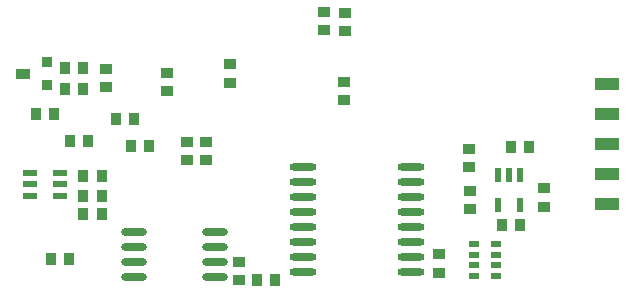
<source format=gbp>
G04*
G04 #@! TF.GenerationSoftware,Altium Limited,Altium Designer,18.1.4 (159)*
G04*
G04 Layer_Color=128*
%FSLAX25Y25*%
%MOIN*%
G70*
G01*
G75*
%ADD29R,0.03661X0.03858*%
%ADD31R,0.07874X0.03937*%
%ADD37R,0.03858X0.03661*%
%ADD38R,0.05000X0.02000*%
%ADD39R,0.03740X0.02165*%
%ADD40R,0.03740X0.01968*%
%ADD42O,0.09055X0.02362*%
%ADD80R,0.02000X0.05000*%
%ADD81R,0.03600X0.03600*%
%ADD82R,0.05000X0.03600*%
%ADD83O,0.08661X0.02756*%
D29*
X108906Y-1279D02*
D03*
X114969D02*
D03*
X196531Y17000D02*
D03*
X190469D02*
D03*
X46189Y5694D02*
D03*
X40126D02*
D03*
X199563Y43100D02*
D03*
X193500D02*
D03*
X50968Y20797D02*
D03*
X57032D02*
D03*
X57032Y33300D02*
D03*
X50968D02*
D03*
X50968Y26899D02*
D03*
X57032D02*
D03*
X41286Y54083D02*
D03*
X35223D02*
D03*
X50731Y69400D02*
D03*
X44668D02*
D03*
X44668Y62500D02*
D03*
X50731D02*
D03*
X67974Y52600D02*
D03*
X61911D02*
D03*
X46500Y45128D02*
D03*
X52563D02*
D03*
X66706Y43615D02*
D03*
X72769D02*
D03*
D31*
X225600Y64290D02*
D03*
Y54290D02*
D03*
Y44290D02*
D03*
Y34290D02*
D03*
Y24290D02*
D03*
D37*
X131100Y81968D02*
D03*
Y88032D02*
D03*
X169373Y1282D02*
D03*
Y7345D02*
D03*
X204400Y29331D02*
D03*
Y23268D02*
D03*
X179600Y42388D02*
D03*
Y36325D02*
D03*
X138300Y81874D02*
D03*
Y87937D02*
D03*
X137884Y58788D02*
D03*
Y64851D02*
D03*
X179706Y22368D02*
D03*
Y28431D02*
D03*
X102931Y4835D02*
D03*
Y-1228D02*
D03*
X58600Y63000D02*
D03*
Y69063D02*
D03*
X78757Y67731D02*
D03*
Y61668D02*
D03*
X99700Y70631D02*
D03*
Y64569D02*
D03*
X91721Y38701D02*
D03*
Y44764D02*
D03*
X85505Y38635D02*
D03*
Y44698D02*
D03*
D38*
X43286Y34380D02*
D03*
Y26899D02*
D03*
X33286Y30639D02*
D03*
Y34380D02*
D03*
Y26899D02*
D03*
X43286Y30639D02*
D03*
D39*
X181200Y157D02*
D03*
Y10787D02*
D03*
X188484Y157D02*
D03*
Y10787D02*
D03*
D40*
X181200Y3700D02*
D03*
Y7243D02*
D03*
X188484Y3700D02*
D03*
Y7243D02*
D03*
D42*
X160131Y36350D02*
D03*
Y31350D02*
D03*
Y26350D02*
D03*
Y21350D02*
D03*
Y16350D02*
D03*
Y11350D02*
D03*
Y6350D02*
D03*
Y1350D02*
D03*
X124304Y36350D02*
D03*
Y31350D02*
D03*
Y26350D02*
D03*
Y21350D02*
D03*
Y16350D02*
D03*
Y11350D02*
D03*
Y6350D02*
D03*
Y1350D02*
D03*
D80*
X189150Y33900D02*
D03*
X196650D02*
D03*
X192850D02*
D03*
X189150Y23900D02*
D03*
X196650D02*
D03*
D81*
X38700Y71400D02*
D03*
Y63900D02*
D03*
D82*
X30700Y67600D02*
D03*
D83*
X94702Y14893D02*
D03*
Y9893D02*
D03*
Y4893D02*
D03*
Y-107D02*
D03*
X67930Y14893D02*
D03*
Y9893D02*
D03*
Y4893D02*
D03*
Y-107D02*
D03*
M02*

</source>
